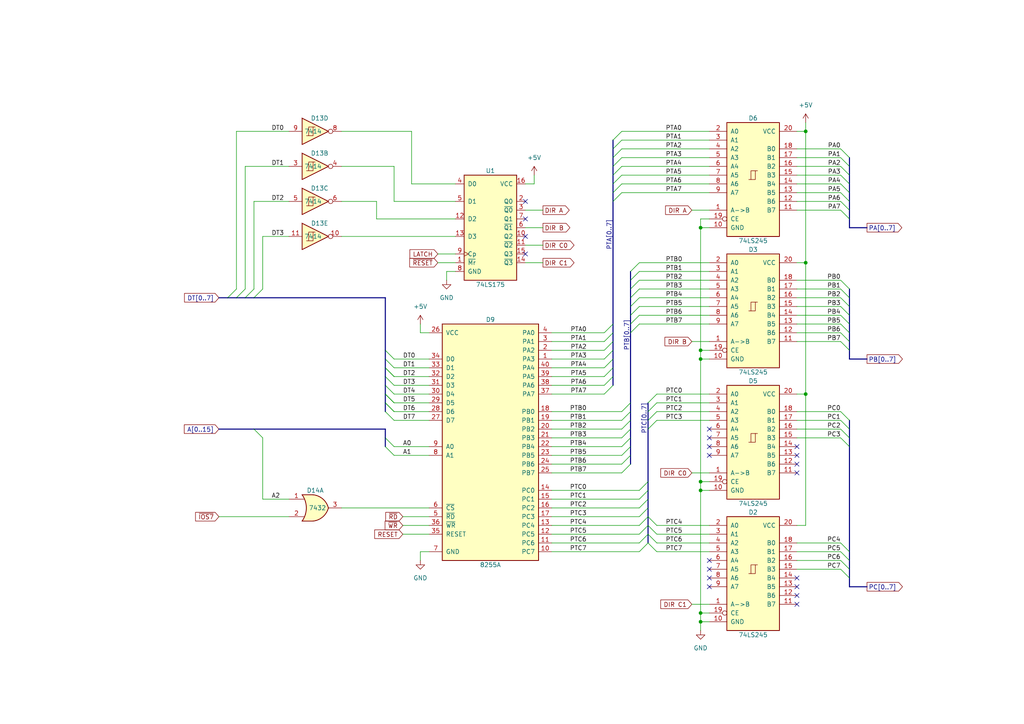
<source format=kicad_sch>
(kicad_sch (version 20250114) (generator "eeschema") (generator_version "9.0")
  (paper "A4")
  (title_block (title "Micro Processor Unit"))
  (lib_symbols
    (symbol "Georg:74LS14" (pin_names (offset 1.016))
      (property "Reference" "D" (at 1.27 3.81 0))
      (property "Value" "7414" (at -0.635 0 0))
      (symbol "74LS14_1_0"
        (polyline (pts (xy -3.81 3.81) (xy -3.81 -3.81) (xy 3.81 0) (xy -3.81 3.81)) (stroke (width 0.254)) (fill (type background)))
        (pin input line (at -7.62 0 0) (length 3.81) (name "~") (number "1"))
        (pin output inverted (at 7.62 0 180) (length 3.81) (name "~") (number "2"))
      )
      (symbol "74LS14_1_1"
        (polyline (pts (xy -2.54 -1.27) (xy -0.635 -1.27) (xy -0.635 1.27) (xy 0 1.27)))
        (polyline (pts (xy -1.905 -1.27) (xy -1.905 1.27) (xy -0.635 1.27)))
      )
      (symbol "74LS14_2_0"
        (polyline (pts (xy -3.81 3.81) (xy -3.81 -3.81) (xy 3.81 0) (xy -3.81 3.81)) (stroke (width 0.254)) (fill (type background)))
        (pin input line (at -7.62 0 0) (length 3.81) (name "~") (number "3"))
        (pin output inverted (at 7.62 0 180) (length 3.81) (name "~") (number "4"))
      )
      (symbol "74LS14_2_1"
        (polyline (pts (xy -2.54 -1.27) (xy -0.635 -1.27) (xy -0.635 1.27) (xy 0 1.27)))
        (polyline (pts (xy -1.905 -1.27) (xy -1.905 1.27) (xy -0.635 1.27)))
      )
      (symbol "74LS14_3_0"
        (polyline (pts (xy -3.81 3.81) (xy -3.81 -3.81) (xy 3.81 0) (xy -3.81 3.81)) (stroke (width 0.254)) (fill (type background)))
        (pin input line (at -7.62 0 0) (length 3.81) (name "~") (number "5"))
        (pin output inverted (at 7.62 0 180) (length 3.81) (name "~") (number "6"))
      )
      (symbol "74LS14_3_1"
        (polyline (pts (xy -2.54 -1.27) (xy -0.635 -1.27) (xy -0.635 1.27) (xy 0 1.27)))
        (polyline (pts (xy -1.905 -1.27) (xy -1.905 1.27) (xy -0.635 1.27)))
      )
      (symbol "74LS14_4_0"
        (polyline (pts (xy -3.81 3.81) (xy -3.81 -3.81) (xy 3.81 0) (xy -3.81 3.81)) (stroke (width 0.254)) (fill (type background)))
        (pin input line (at -7.62 0 0) (length 3.81) (name "~") (number "9"))
        (pin output inverted (at 7.62 0 180) (length 3.81) (name "~") (number "8"))
      )
      (symbol "74LS14_4_1"
        (polyline (pts (xy -2.54 -1.27) (xy -0.635 -1.27) (xy -0.635 1.27) (xy 0 1.27)))
        (polyline (pts (xy -1.905 -1.27) (xy -1.905 1.27) (xy -0.635 1.27)))
      )
      (symbol "74LS14_5_0"
        (polyline (pts (xy -3.81 3.81) (xy -3.81 -3.81) (xy 3.81 0) (xy -3.81 3.81)) (stroke (width 0.254)) (fill (type background)))
        (pin input line (at -7.62 0 0) (length 3.81) (name "~") (number "11"))
        (pin output inverted (at 7.62 0 180) (length 3.81) (name "~") (number "10"))
      )
      (symbol "74LS14_5_1"
        (polyline (pts (xy -2.54 -1.27) (xy -0.635 -1.27) (xy -0.635 1.27) (xy 0 1.27)))
        (polyline (pts (xy -1.905 -1.27) (xy -1.905 1.27) (xy -0.635 1.27)))
      )
      (symbol "74LS14_6_0"
        (polyline (pts (xy -3.81 3.81) (xy -3.81 -3.81) (xy 3.81 0) (xy -3.81 3.81)) (stroke (width 0.254)) (fill (type background)))
        (pin input line (at -7.62 0 0) (length 3.81) (name "~") (number "13"))
        (pin output inverted (at 7.62 0 180) (length 3.81) (name "~") (number "12"))
      )
      (symbol "74LS14_6_1"
        (polyline (pts (xy -2.54 -1.27) (xy -0.635 -1.27) (xy -0.635 1.27) (xy 0 1.27)))
        (polyline (pts (xy -1.905 -1.27) (xy -1.905 1.27) (xy -0.635 1.27)))
      )
      (symbol "74LS14_7_0"
        (pin power_in line (at 0 12.7 270) (length 5.08) (name "VCC") (number "14"))
        (pin power_in line (at 0 -12.7 90) (length 5.08) (name "GND") (number "7"))
      )
      (symbol "74LS14_7_1"
        (rectangle (start -5.08 7.62) (end 5.08 -7.62) (stroke (width 0.254)) (fill (type background)))
      )
    )
    (symbol "Georg:74LS175" (pin_names (offset 1.016))
      (property "Reference" "U" (at 0 13.97 0))
      (property "Value" "74LS175" (at 0 -19.05 0))
      (symbol "74LS175_1_0"
        (pin input line (at -10.16 10.16 0) (length 2.54) (name "D0") (number "4"))
        (pin input line (at -10.16 5.08 0) (length 2.54) (name "D1") (number "5"))
        (pin input line (at -10.16 0 0) (length 2.54) (name "D2") (number "12"))
        (pin input line (at -10.16 -5.08 0) (length 2.54) (name "D3") (number "13"))
        (pin input clock (at -10.16 -10.16 0) (length 2.54) (name "Cp") (number "9"))
        (pin input line (at -10.16 -12.7 0) (length 2.54) (name "~{Mr}") (number "1"))
        (pin power_in line (at -10.16 -15.24 0) (length 2.54) (name "GND") (number "8"))
        (pin power_in line (at 10.16 10.16 180) (length 2.54) (name "VCC") (number "16"))
        (pin output line (at 10.16 5.08 180) (length 2.54) (name "Q0") (number "2"))
        (pin output line (at 10.16 2.54 180) (length 2.54) (name "~{Q0}") (number "3"))
        (pin output line (at 10.16 0 180) (length 2.54) (name "Q1") (number "7"))
        (pin output line (at 10.16 -2.54 180) (length 2.54) (name "~{Q1}") (number "6"))
        (pin output line (at 10.16 -5.08 180) (length 2.54) (name "Q2") (number "10"))
        (pin output line (at 10.16 -7.62 180) (length 2.54) (name "~{Q2}") (number "11"))
        (pin output line (at 10.16 -10.16 180) (length 2.54) (name "Q3") (number "15"))
        (pin output line (at 10.16 -12.7 180) (length 2.54) (name "~{Q3}") (number "14"))
      )
      (symbol "74LS175_1_1"
        (rectangle (start -7.62 12.7) (end 7.62 -17.78) (stroke (width 0.254)) (fill (type background)))
      )
    )
    (symbol "Georg:74LS245" (pin_names (offset 1.016))
      (property "Reference" "D" (at 0 16.51 0))
      (property "Value" "74LS245" (at 0 -19.05 0))
      (symbol "74LS245_1_0"
        (polyline (pts (xy -1.27 -1.27) (xy 0.635 -1.27) (xy 0.635 1.27) (xy 1.27 1.27)))
        (polyline (pts (xy -0.635 -1.27) (xy -0.635 1.27) (xy 0.635 1.27)))
        (pin tri_state line (at -12.7 12.7 0) (length 5.08) (name "A0") (number "2"))
        (pin tri_state line (at -12.7 10.16 0) (length 5.08) (name "A1") (number "3"))
        (pin tri_state line (at -12.7 7.62 0) (length 5.08) (name "A2") (number "4"))
        (pin tri_state line (at -12.7 5.08 0) (length 5.08) (name "A3") (number "5"))
        (pin tri_state line (at -12.7 2.54 0) (length 5.08) (name "A4") (number "6"))
        (pin tri_state line (at -12.7 0 0) (length 5.08) (name "A5") (number "7"))
        (pin tri_state line (at -12.7 -2.54 0) (length 5.08) (name "A6") (number "8"))
        (pin tri_state line (at -12.7 -5.08 0) (length 5.08) (name "A7") (number "9"))
        (pin input line (at -12.7 -10.16 0) (length 5.08) (name "A->B") (number "1"))
        (pin input inverted (at -12.7 -12.7 0) (length 5.08) (name "CE") (number "19"))
        (pin power_in line (at -12.7 -15.24 0) (length 5.08) (name "GND") (number "10"))
        (pin power_in line (at 12.7 12.7 180) (length 5.08) (name "VCC") (number "20"))
        (pin tri_state line (at 12.7 7.62 180) (length 5.08) (name "B0") (number "18"))
        (pin tri_state line (at 12.7 5.08 180) (length 5.08) (name "B1") (number "17"))
        (pin tri_state line (at 12.7 2.54 180) (length 5.08) (name "B2") (number "16"))
        (pin tri_state line (at 12.7 0 180) (length 5.08) (name "B3") (number "15"))
        (pin tri_state line (at 12.7 -2.54 180) (length 5.08) (name "B4") (number "14"))
        (pin tri_state line (at 12.7 -5.08 180) (length 5.08) (name "B5") (number "13"))
        (pin tri_state line (at 12.7 -7.62 180) (length 5.08) (name "B6") (number "12"))
        (pin tri_state line (at 12.7 -10.16 180) (length 5.08) (name "B7") (number "11"))
      )
      (symbol "74LS245_1_1"
        (rectangle (start -7.62 15.24) (end 7.62 -17.78) (stroke (width 0.254)) (fill (type background)))
      )
    )
    (symbol "Georg:74LS32" (pin_names (offset 1.016))
      (property "Reference" "D" (at 0 5.08 0))
      (property "Value" "7432" (at 0.635 0 0))
      (symbol "74LS32_1_1"
        (arc (start -3.81 3.81) (mid -2.589 0) (end -3.81 -3.81) (stroke (width 0.254)))
        (polyline (pts (xy -3.81 3.81) (xy -0.635 3.81)) (stroke (width 0.254)) (fill (type background)))
        (polyline (pts (xy -3.81 -3.81) (xy -0.635 -3.81)) (stroke (width 0.254)) (fill (type background)))
        (arc (start 3.81 0) (mid 2.1855 -2.584) (end -0.6096 -3.81) (stroke (width 0.254)) (fill (type background)))
        (arc (start -0.6096 3.81) (mid 2.1928 2.5924) (end 3.81 0) (stroke (width 0.254)) (fill (type background)))
        (polyline (pts (xy -0.635 3.81) (xy -3.81 3.81) (xy -3.81 3.81) (xy -3.556 3.4036) (xy -3.0226 2.2606) (xy -2.6924 1.0414) (xy -2.6162 -0.254) (xy -2.7686 -1.4986) (xy -3.175 -2.7178) (xy -3.81 -3.81) (xy -3.81 -3.81) (xy -0.635 -3.81)) (stroke (width -25.4)) (fill (type background)))
        (pin input line (at -7.62 2.54 0) (length 4.318) (name "~") (number "1"))
        (pin input line (at -7.62 -2.54 0) (length 4.318) (name "~") (number "2"))
        (pin output line (at 7.62 0 180) (length 3.81) (name "~") (number "3"))
      )
      (symbol "74LS32_1_2"
        (arc (start 0 3.81) (mid 3.7934 0) (end 0 -3.81) (stroke (width 0.254)) (fill (type background)))
        (polyline (pts (xy 0 3.81) (xy -3.81 3.81) (xy -3.81 -3.81) (xy 0 -3.81)) (stroke (width 0.254)) (fill (type background)))
        (pin input inverted (at -7.62 2.54 0) (length 3.81) (name "~") (number "1"))
        (pin input inverted (at -7.62 -2.54 0) (length 3.81) (name "~") (number "2"))
        (pin output inverted (at 7.62 0 180) (length 3.81) (name "~") (number "3"))
      )
      (symbol "74LS32_2_1"
        (arc (start -3.81 3.81) (mid -2.589 0) (end -3.81 -3.81) (stroke (width 0.254)))
        (polyline (pts (xy -3.81 3.81) (xy -0.635 3.81)) (stroke (width 0.254)) (fill (type background)))
        (polyline (pts (xy -3.81 -3.81) (xy -0.635 -3.81)) (stroke (width 0.254)) (fill (type background)))
        (arc (start 3.81 0) (mid 2.1855 -2.584) (end -0.6096 -3.81) (stroke (width 0.254)) (fill (type background)))
        (arc (start -0.6096 3.81) (mid 2.1928 2.5924) (end 3.81 0) (stroke (width 0.254)) (fill (type background)))
        (polyline (pts (xy -0.635 3.81) (xy -3.81 3.81) (xy -3.81 3.81) (xy -3.556 3.4036) (xy -3.0226 2.2606) (xy -2.6924 1.0414) (xy -2.6162 -0.254) (xy -2.7686 -1.4986) (xy -3.175 -2.7178) (xy -3.81 -3.81) (xy -3.81 -3.81) (xy -0.635 -3.81)) (stroke (width -25.4)) (fill (type background)))
        (pin input line (at -7.62 2.54 0) (length 4.318) (name "~") (number "4"))
        (pin input line (at -7.62 -2.54 0) (length 4.318) (name "~") (number "5"))
        (pin output line (at 7.62 0 180) (length 3.81) (name "~") (number "6"))
      )
      (symbol "74LS32_2_2"
        (arc (start 0 3.81) (mid 3.7934 0) (end 0 -3.81) (stroke (width 0.254)) (fill (type background)))
        (polyline (pts (xy 0 3.81) (xy -3.81 3.81) (xy -3.81 -3.81) (xy 0 -3.81)) (stroke (width 0.254)) (fill (type background)))
        (pin input inverted (at -7.62 2.54 0) (length 3.81) (name "~") (number "4"))
        (pin input inverted (at -7.62 -2.54 0) (length 3.81) (name "~") (number "5"))
        (pin output inverted (at 7.62 0 180) (length 3.81) (name "~") (number "6"))
      )
      (symbol "74LS32_3_1"
        (arc (start -3.81 3.81) (mid -2.589 0) (end -3.81 -3.81) (stroke (width 0.254)))
        (polyline (pts (xy -3.81 3.81) (xy -0.635 3.81)) (stroke (width 0.254)) (fill (type background)))
        (polyline (pts (xy -3.81 -3.81) (xy -0.635 -3.81)) (stroke (width 0.254)) (fill (type background)))
        (arc (start 3.81 0) (mid 2.1855 -2.584) (end -0.6096 -3.81) (stroke (width 0.254)) (fill (type background)))
        (arc (start -0.6096 3.81) (mid 2.1928 2.5924) (end 3.81 0) (stroke (width 0.254)) (fill (type background)))
        (polyline (pts (xy -0.635 3.81) (xy -3.81 3.81) (xy -3.81 3.81) (xy -3.556 3.4036) (xy -3.0226 2.2606) (xy -2.6924 1.0414) (xy -2.6162 -0.254) (xy -2.7686 -1.4986) (xy -3.175 -2.7178) (xy -3.81 -3.81) (xy -3.81 -3.81) (xy -0.635 -3.81)) (stroke (width -25.4)) (fill (type background)))
        (pin input line (at -7.62 2.54 0) (length 4.318) (name "~") (number "9"))
        (pin input line (at -7.62 -2.54 0) (length 4.318) (name "~") (number "10"))
        (pin output line (at 7.62 0 180) (length 3.81) (name "~") (number "8"))
      )
      (symbol "74LS32_3_2"
        (arc (start 0 3.81) (mid 3.7934 0) (end 0 -3.81) (stroke (width 0.254)) (fill (type background)))
        (polyline (pts (xy 0 3.81) (xy -3.81 3.81) (xy -3.81 -3.81) (xy 0 -3.81)) (stroke (width 0.254)) (fill (type background)))
        (pin input inverted (at -7.62 2.54 0) (length 3.81) (name "~") (number "9"))
        (pin input inverted (at -7.62 -2.54 0) (length 3.81) (name "~") (number "10"))
        (pin output inverted (at 7.62 0 180) (length 3.81) (name "~") (number "8"))
      )
      (symbol "74LS32_4_1"
        (arc (start -3.81 3.81) (mid -2.589 0) (end -3.81 -3.81) (stroke (width 0.254)))
        (polyline (pts (xy -3.81 3.81) (xy -0.635 3.81)) (stroke (width 0.254)) (fill (type background)))
        (polyline (pts (xy -3.81 -3.81) (xy -0.635 -3.81)) (stroke (width 0.254)) (fill (type background)))
        (arc (start 3.81 0) (mid 2.1855 -2.584) (end -0.6096 -3.81) (stroke (width 0.254)) (fill (type background)))
        (arc (start -0.6096 3.81) (mid 2.1928 2.5924) (end 3.81 0) (stroke (width 0.254)) (fill (type background)))
        (polyline (pts (xy -0.635 3.81) (xy -3.81 3.81) (xy -3.81 3.81) (xy -3.556 3.4036) (xy -3.0226 2.2606) (xy -2.6924 1.0414) (xy -2.6162 -0.254) (xy -2.7686 -1.4986) (xy -3.175 -2.7178) (xy -3.81 -3.81) (xy -3.81 -3.81) (xy -0.635 -3.81)) (stroke (width -25.4)) (fill (type background)))
        (pin input line (at -7.62 2.54 0) (length 4.318) (name "~") (number "12"))
        (pin input line (at -7.62 -2.54 0) (length 4.318) (name "~") (number "13"))
        (pin output line (at 7.62 0 180) (length 3.81) (name "~") (number "11"))
      )
      (symbol "74LS32_4_2"
        (arc (start 0 3.81) (mid 3.7934 0) (end 0 -3.81) (stroke (width 0.254)) (fill (type background)))
        (polyline (pts (xy 0 3.81) (xy -3.81 3.81) (xy -3.81 -3.81) (xy 0 -3.81)) (stroke (width 0.254)) (fill (type background)))
        (pin input inverted (at -7.62 2.54 0) (length 3.81) (name "~") (number "12"))
        (pin input inverted (at -7.62 -2.54 0) (length 3.81) (name "~") (number "13"))
        (pin output inverted (at 7.62 0 180) (length 3.81) (name "~") (number "11"))
      )
      (symbol "74LS32_5_0"
        (pin power_in line (at 0 12.7 270) (length 5.08) (name "VCC") (number "14"))
        (pin power_in line (at 0 -12.7 90) (length 5.08) (name "GND") (number "7"))
      )
      (symbol "74LS32_5_1"
        (rectangle (start -5.08 7.62) (end 5.08 -7.62) (stroke (width 0.254)) (fill (type background)))
      )
    )
    (symbol "Georg:8255A" (pin_names (offset 1.016))
      (property "Reference" "D" (at 0 34.29 0))
      (property "Value" "8255A" (at 0 -36.83 0))
      (symbol "8255A_1_1"
        (rectangle (start -13.97 33.02) (end 13.97 -35.56) (stroke (width 0.254)) (fill (type background)))
        (pin power_in line (at -17.78 30.48 0) (length 3.81) (name "VCC") (number "26"))
        (pin bidirectional line (at -17.78 22.86 0) (length 3.81) (name "D0") (number "34"))
        (pin bidirectional line (at -17.78 20.32 0) (length 3.81) (name "D1") (number "33"))
        (pin bidirectional line (at -17.78 17.78 0) (length 3.81) (name "D2") (number "32"))
        (pin bidirectional line (at -17.78 15.24 0) (length 3.81) (name "D3") (number "31"))
        (pin bidirectional line (at -17.78 12.7 0) (length 3.81) (name "D4") (number "30"))
        (pin bidirectional line (at -17.78 10.16 0) (length 3.81) (name "D5") (number "29"))
        (pin bidirectional line (at -17.78 7.62 0) (length 3.81) (name "D6") (number "28"))
        (pin bidirectional line (at -17.78 5.08 0) (length 3.81) (name "D7") (number "27"))
        (pin input line (at -17.78 -2.54 0) (length 3.81) (name "A0") (number "9"))
        (pin input line (at -17.78 -5.08 0) (length 3.81) (name "A1") (number "8"))
        (pin input line (at -17.78 -20.32 0) (length 3.81) (name "~{CS}") (number "6"))
        (pin input line (at -17.78 -22.86 0) (length 3.81) (name "~{RD}") (number "5"))
        (pin input line (at -17.78 -25.4 0) (length 3.81) (name "~{WR}") (number "36"))
        (pin input line (at -17.78 -27.94 0) (length 3.81) (name "RESET") (number "35"))
        (pin power_in line (at -17.78 -33.02 0) (length 3.81) (name "GND") (number "7"))
        (pin bidirectional line (at 17.78 30.48 180) (length 3.81) (name "PA0") (number "4"))
        (pin bidirectional line (at 17.78 27.94 180) (length 3.81) (name "PA1") (number "3"))
        (pin bidirectional line (at 17.78 25.4 180) (length 3.81) (name "PA2") (number "2"))
        (pin bidirectional line (at 17.78 22.86 180) (length 3.81) (name "PA3") (number "1"))
        (pin bidirectional line (at 17.78 20.32 180) (length 3.81) (name "PA4") (number "40"))
        (pin bidirectional line (at 17.78 17.78 180) (length 3.81) (name "PA5") (number "39"))
        (pin bidirectional line (at 17.78 15.24 180) (length 3.81) (name "PA6") (number "38"))
        (pin bidirectional line (at 17.78 12.7 180) (length 3.81) (name "PA7") (number "37"))
        (pin bidirectional line (at 17.78 7.62 180) (length 3.81) (name "PB0") (number "18"))
        (pin bidirectional line (at 17.78 5.08 180) (length 3.81) (name "PB1") (number "19"))
        (pin bidirectional line (at 17.78 2.54 180) (length 3.81) (name "PB2") (number "20"))
        (pin bidirectional line (at 17.78 0 180) (length 3.81) (name "PB3") (number "21"))
        (pin bidirectional line (at 17.78 -2.54 180) (length 3.81) (name "PB4") (number "22"))
        (pin bidirectional line (at 17.78 -5.08 180) (length 3.81) (name "PB5") (number "23"))
        (pin bidirectional line (at 17.78 -7.62 180) (length 3.81) (name "PB6") (number "24"))
        (pin bidirectional line (at 17.78 -10.16 180) (length 3.81) (name "PB7") (number "25"))
        (pin bidirectional line (at 17.78 -15.24 180) (length 3.81) (name "PC0") (number "14"))
        (pin bidirectional line (at 17.78 -17.78 180) (length 3.81) (name "PC1") (number "15"))
        (pin bidirectional line (at 17.78 -20.32 180) (length 3.81) (name "PC2") (number "16"))
        (pin bidirectional line (at 17.78 -22.86 180) (length 3.81) (name "PC3") (number "17"))
        (pin bidirectional line (at 17.78 -25.4 180) (length 3.81) (name "PC4") (number "13"))
        (pin bidirectional line (at 17.78 -27.94 180) (length 3.81) (name "PC5") (number "12"))
        (pin bidirectional line (at 17.78 -30.48 180) (length 3.81) (name "PC6") (number "11"))
        (pin bidirectional line (at 17.78 -33.02 180) (length 3.81) (name "PC7") (number "10"))
      )
    )
    (symbol "power:+5V" (power) (pin_numbers (hide yes)) (pin_names (offset 0) (hide yes))
      (property "Value" "+5V" (at 0 3.556 0))
      (symbol "+5V_0_1"
        (polyline (pts (xy -0.762 1.27) (xy 0 2.54)))
        (polyline (pts (xy 0 2.54) (xy 0.762 1.27)))
        (polyline (pts (xy 0 0) (xy 0 2.54)))
      )
      (symbol "+5V_1_1"
        (pin power_in line (at 0 0 90) (length 0) (name "~") (number "1"))
      )
    )
    (symbol "power:GND" (power) (pin_numbers (hide yes)) (pin_names (offset 0) (hide yes))
      (property "Value" "GND" (at 0 -3.81 0))
      (symbol "GND_0_1"
        (polyline (pts (xy 0 0) (xy 0 -1.27) (xy 1.27 -1.27) (xy 0 -2.54) (xy -1.27 -1.27) (xy 0 -1.27)))
      )
      (symbol "GND_1_1"
        (pin power_in line (at 0 0 270) (length 0) (name "~") (number "1"))
      )
    )
  )
  (junction (at 233.68 114.3))
  (junction (at 233.68 38.1))
  (junction (at 203.2 104.14))
  (junction (at 203.2 177.8))
  (junction (at 233.68 76.2))
  (junction (at 203.2 180.34))
  (junction (at 203.2 66.04))
  (junction (at 203.2 101.6))
  (junction (at 203.2 139.7))
  (junction (at 203.2 142.24))
  (no_connect (at 205.74 165.1))
  (no_connect (at 231.14 137.16))
  (no_connect (at 231.14 175.26))
  (no_connect (at 205.74 132.08))
  (no_connect (at 205.74 162.56))
  (no_connect (at -20.32 101.6))
  (no_connect (at 231.14 172.72))
  (no_connect (at 205.74 129.54))
  (no_connect (at 205.74 167.64))
  (no_connect (at 205.74 127))
  (no_connect (at 205.74 124.46))
  (no_connect (at 152.4 73.66))
  (no_connect (at 152.4 58.42))
  (no_connect (at 231.14 167.64))
  (no_connect (at 231.14 170.18))
  (no_connect (at 152.4 63.5))
  (no_connect (at 152.4 68.58))
  (no_connect (at 231.14 134.62))
  (no_connect (at 205.74 170.18))
  (no_connect (at 231.14 132.08))
  (no_connect (at 231.14 129.54))
  (no_connect (at -5.08 101.6))
  (bus_entry (at 114.3 106.68) (size -2.54 -2.54))
  (bus_entry (at 182.88 93.98) (size 2.54 -2.54))
  (bus_entry (at 243.84 81.28) (size 2.54 2.54))
  (bus_entry (at 182.88 86.36) (size 2.54 -2.54))
  (bus_entry (at 114.3 119.38) (size -2.54 -2.54))
  (bus_entry (at 243.84 124.46) (size 2.54 2.54))
  (bus_entry (at 243.84 165.1) (size 2.54 2.54))
  (bus_entry (at 177.8 45.72) (size 2.54 -2.54))
  (bus_entry (at 187.96 149.86) (size 2.54 2.54))
  (bus_entry (at 71.12 83.82) (size -2.54 2.54))
  (bus_entry (at 243.84 121.92) (size 2.54 2.54))
  (bus_entry (at 68.58 83.82) (size -2.54 2.54))
  (bus_entry (at 243.84 99.06) (size 2.54 2.54))
  (bus_entry (at 175.26 114.3) (size 2.54 -2.54))
  (bus_entry (at 187.96 124.46) (size 2.54 -2.54))
  (bus_entry (at 73.66 124.46) (size 2.54 2.54))
  (bus_entry (at 180.34 137.16) (size 2.54 -2.54))
  (bus_entry (at 185.42 147.32) (size 2.54 -2.54))
  (bus_entry (at 114.3 109.22) (size -2.54 -2.54))
  (bus_entry (at 175.26 109.22) (size 2.54 -2.54))
  (bus_entry (at 243.84 119.38) (size 2.54 2.54))
  (bus_entry (at 243.84 86.36) (size 2.54 2.54))
  (bus_entry (at 111.76 119.38) (size 2.54 2.54))
  (bus_entry (at 180.34 119.38) (size 2.54 -2.54))
  (bus_entry (at 114.3 116.84) (size -2.54 -2.54))
  (bus_entry (at 243.84 160.02) (size 2.54 2.54))
  (bus_entry (at 243.84 93.98) (size 2.54 2.54))
  (bus_entry (at 180.34 124.46) (size 2.54 -2.54))
  (bus_entry (at 243.84 55.88) (size 2.54 2.54))
  (bus_entry (at 185.42 160.02) (size 2.54 -2.54))
  (bus_entry (at 111.76 116.84) (size 2.54 2.54))
  (bus_entry (at 187.96 157.48) (size 2.54 2.54))
  (bus_entry (at 182.88 88.9) (size 2.54 -2.54))
  (bus_entry (at 182.88 78.74) (size 2.54 -2.54))
  (bus_entry (at 111.76 129.54) (size 2.54 2.54))
  (bus_entry (at 187.96 116.84) (size 2.54 -2.54))
  (bus_entry (at 177.8 43.18) (size 2.54 -2.54))
  (bus_entry (at 114.3 111.76) (size -2.54 -2.54))
  (bus_entry (at 243.84 50.8) (size 2.54 2.54))
  (bus_entry (at 73.66 83.82) (size -2.54 2.54))
  (bus_entry (at 243.84 157.48) (size 2.54 2.54))
  (bus_entry (at 243.84 45.72) (size 2.54 2.54))
  (bus_entry (at 243.84 53.34) (size 2.54 2.54))
  (bus_entry (at 76.2 83.82) (size -2.54 2.54))
  (bus_entry (at 175.26 96.52) (size 2.54 -2.54))
  (bus_entry (at 243.84 48.26) (size 2.54 2.54))
  (bus_entry (at 187.96 152.4) (size 2.54 2.54))
  (bus_entry (at 185.42 142.24) (size 2.54 -2.54))
  (bus_entry (at 177.8 58.42) (size 2.54 -2.54))
  (bus_entry (at 177.8 40.64) (size 2.54 -2.54))
  (bus_entry (at 180.34 132.08) (size 2.54 -2.54))
  (bus_entry (at 243.84 83.82) (size 2.54 2.54))
  (bus_entry (at 185.42 144.78) (size 2.54 -2.54))
  (bus_entry (at 175.26 104.14) (size 2.54 -2.54))
  (bus_entry (at 187.96 119.38) (size 2.54 -2.54))
  (bus_entry (at 175.26 111.76) (size 2.54 -2.54))
  (bus_entry (at 182.88 96.52) (size 2.54 -2.54))
  (bus_entry (at 243.84 91.44) (size 2.54 2.54))
  (bus_entry (at 177.8 53.34) (size 2.54 -2.54))
  (bus_entry (at 180.34 127) (size 2.54 -2.54))
  (bus_entry (at 182.88 81.28) (size 2.54 -2.54))
  (bus_entry (at 243.84 88.9) (size 2.54 2.54))
  (bus_entry (at 243.84 127) (size 2.54 2.54))
  (bus_entry (at 114.3 104.14) (size -2.54 -2.54))
  (bus_entry (at 243.84 96.52) (size 2.54 2.54))
  (bus_entry (at 185.42 157.48) (size 2.54 -2.54))
  (bus_entry (at 185.42 149.86) (size 2.54 -2.54))
  (bus_entry (at 180.34 121.92) (size 2.54 -2.54))
  (bus_entry (at 177.8 55.88) (size 2.54 -2.54))
  (bus_entry (at 243.84 162.56) (size 2.54 2.54))
  (bus_entry (at 180.34 129.54) (size 2.54 -2.54))
  (bus_entry (at 182.88 83.82) (size 2.54 -2.54))
  (bus_entry (at 175.26 101.6) (size 2.54 -2.54))
  (bus_entry (at 243.84 58.42) (size 2.54 2.54))
  (bus_entry (at 175.26 99.06) (size 2.54 -2.54))
  (bus_entry (at 175.26 106.68) (size 2.54 -2.54))
  (bus_entry (at 185.42 152.4) (size 2.54 -2.54))
  (bus_entry (at 187.96 121.92) (size 2.54 -2.54))
  (bus_entry (at 177.8 48.26) (size 2.54 -2.54))
  (bus_entry (at 114.3 114.3) (size -2.54 -2.54))
  (bus_entry (at 177.8 50.8) (size 2.54 -2.54))
  (bus_entry (at 180.34 134.62) (size 2.54 -2.54))
  (bus_entry (at 243.84 60.96) (size 2.54 2.54))
  (bus_entry (at 187.96 154.94) (size 2.54 2.54))
  (bus_entry (at 182.88 91.44) (size 2.54 -2.54))
  (bus_entry (at 111.76 114.3) (size 2.54 2.54))
  (bus_entry (at 111.76 127) (size 2.54 2.54))
  (bus_entry (at 185.42 154.94) (size 2.54 -2.54))
  (bus_entry (at 114.3 109.22) (size -2.54 -2.54))
  (bus_entry (at 243.84 43.18) (size 2.54 2.54))
  (wire (pts (xy 185.42 76.2) (xy 205.74 76.2)))
  (wire (pts (xy 231.14 86.36) (xy 243.84 86.36)))
  (bus (pts (xy 63.5 124.46) (xy 73.66 124.46)))
  (wire (pts (xy 114.3 109.22) (xy 124.46 109.22)))
  (bus (pts (xy 177.8 58.42) (xy 177.8 55.88)))
  (wire (pts (xy 99.06 147.32) (xy 124.46 147.32)))
  (wire (pts (xy 160.02 114.3) (xy 175.26 114.3)))
  (bus (pts (xy 182.88 91.44) (xy 182.88 93.98)))
  (wire (pts (xy 203.2 180.34) (xy 203.2 182.88)))
  (wire (pts (xy 190.5 114.3) (xy 205.74 114.3)))
  (wire (pts (xy 233.68 38.1) (xy 233.68 35.56)))
  (wire (pts (xy 231.14 165.1) (xy 243.84 165.1)))
  (wire (pts (xy 121.92 160.02) (xy 121.92 162.56)))
  (bus (pts (xy 246.38 165.1) (xy 246.38 167.64)))
  (wire (pts (xy 180.34 40.64) (xy 205.74 40.64)))
  (bus (pts (xy 187.96 124.46) (xy 187.96 121.92)))
  (bus (pts (xy 177.8 58.42) (xy 177.8 93.98)))
  (wire (pts (xy 160.02 111.76) (xy 175.26 111.76)))
  (wire (pts (xy 185.42 86.36) (xy 205.74 86.36)))
  (bus (pts (xy 246.38 93.98) (xy 246.38 96.52)))
  (wire (pts (xy 76.2 83.82) (xy 76.2 68.58)))
  (bus (pts (xy 177.8 109.22) (xy 177.8 111.76)))
  (bus (pts (xy 187.96 154.94) (xy 187.96 157.48)))
  (wire (pts (xy 68.58 83.82) (xy 68.58 38.1)))
  (wire (pts (xy 231.14 157.48) (xy 243.84 157.48)))
  (wire (pts (xy 231.14 50.8) (xy 243.84 50.8)))
  (wire (pts (xy 231.14 114.3) (xy 233.68 114.3)))
  (wire (pts (xy 99.06 58.42) (xy 109.22 58.42)))
  (bus (pts (xy 182.88 132.08) (xy 182.88 134.62)))
  (wire (pts (xy 121.92 93.98) (xy 121.92 96.52)))
  (wire (pts (xy 127 73.66) (xy 132.08 73.66)))
  (wire (pts (xy 203.2 63.5) (xy 203.2 66.04)))
  (wire (pts (xy 185.42 83.82) (xy 205.74 83.82)))
  (wire (pts (xy 152.4 76.2) (xy 157.48 76.2)))
  (wire (pts (xy 203.2 139.7) (xy 205.74 139.7)))
  (bus (pts (xy 177.8 99.06) (xy 177.8 101.6)))
  (wire (pts (xy 231.14 162.56) (xy 243.84 162.56)))
  (bus (pts (xy 182.88 121.92) (xy 182.88 124.46)))
  (bus (pts (xy 187.96 139.7) (xy 187.96 124.46)))
  (bus (pts (xy 182.88 86.36) (xy 182.88 88.9)))
  (wire (pts (xy 160.02 121.92) (xy 180.34 121.92)))
  (bus (pts (xy 246.38 170.18) (xy 251.46 170.18)))
  (wire (pts (xy 203.2 101.6) (xy 203.2 104.14)))
  (bus (pts (xy 111.76 116.84) (xy 111.76 114.3)))
  (wire (pts (xy 200.66 99.06) (xy 205.74 99.06)))
  (wire (pts (xy 231.14 88.9) (xy 243.84 88.9)))
  (bus (pts (xy 177.8 93.98) (xy 177.8 96.52)))
  (bus (pts (xy 187.96 147.32) (xy 187.96 144.78)))
  (wire (pts (xy 99.06 68.58) (xy 132.08 68.58)))
  (bus (pts (xy 246.38 53.34) (xy 246.38 55.88)))
  (bus (pts (xy 182.88 119.38) (xy 182.88 121.92)))
  (bus (pts (xy 246.38 66.04) (xy 251.46 66.04)))
  (wire (pts (xy 233.68 76.2) (xy 233.68 114.3)))
  (wire (pts (xy 109.22 63.5) (xy 132.08 63.5)))
  (bus (pts (xy 182.88 127) (xy 182.88 129.54)))
  (wire (pts (xy 124.46 111.76) (xy 114.3 111.76)))
  (bus (pts (xy 111.76 116.84) (xy 111.76 119.38)))
  (wire (pts (xy 160.02 160.02) (xy 185.42 160.02)))
  (wire (pts (xy 231.14 124.46) (xy 243.84 124.46)))
  (wire (pts (xy 114.3 58.42) (xy 132.08 58.42)))
  (bus (pts (xy 187.96 144.78) (xy 187.96 142.24)))
  (wire (pts (xy 231.14 81.28) (xy 243.84 81.28)))
  (wire (pts (xy 116.84 152.4) (xy 124.46 152.4)))
  (wire (pts (xy 114.3 132.08) (xy 124.46 132.08)))
  (wire (pts (xy 185.42 78.74) (xy 205.74 78.74)))
  (wire (pts (xy 76.2 144.78) (xy 83.82 144.78)))
  (bus (pts (xy 246.38 121.92) (xy 246.38 124.46)))
  (bus (pts (xy 246.38 124.46) (xy 246.38 127)))
  (wire (pts (xy 185.42 91.44) (xy 205.74 91.44)))
  (wire (pts (xy 203.2 66.04) (xy 203.2 101.6)))
  (bus (pts (xy 246.38 58.42) (xy 246.38 60.96)))
  (wire (pts (xy 76.2 68.58) (xy 83.82 68.58)))
  (bus (pts (xy 246.38 60.96) (xy 246.38 63.5)))
  (wire (pts (xy 124.46 114.3) (xy 114.3 114.3)))
  (wire (pts (xy 152.4 66.04) (xy 157.48 66.04)))
  (wire (pts (xy 203.2 104.14) (xy 205.74 104.14)))
  (wire (pts (xy 124.46 106.68) (xy 114.3 106.68)))
  (wire (pts (xy 203.2 142.24) (xy 205.74 142.24)))
  (wire (pts (xy 114.3 121.92) (xy 124.46 121.92)))
  (wire (pts (xy 160.02 101.6) (xy 175.26 101.6)))
  (wire (pts (xy 71.12 83.82) (xy 71.12 48.26)))
  (bus (pts (xy 246.38 45.72) (xy 246.38 48.26)))
  (wire (pts (xy 231.14 53.34) (xy 243.84 53.34)))
  (wire (pts (xy 185.42 93.98) (xy 205.74 93.98)))
  (bus (pts (xy 68.58 86.36) (xy 71.12 86.36)))
  (wire (pts (xy 203.2 177.8) (xy 203.2 180.34)))
  (wire (pts (xy 231.14 127) (xy 243.84 127)))
  (bus (pts (xy 177.8 43.18) (xy 177.8 40.64)))
  (wire (pts (xy 152.4 71.12) (xy 157.48 71.12)))
  (bus (pts (xy 111.76 86.36) (xy 111.76 101.6)))
  (wire (pts (xy 114.3 129.54) (xy 124.46 129.54)))
  (wire (pts (xy 160.02 134.62) (xy 180.34 134.62)))
  (wire (pts (xy 231.14 152.4) (xy 233.68 152.4)))
  (wire (pts (xy 233.68 76.2) (xy 233.68 38.1)))
  (wire (pts (xy 180.34 48.26) (xy 205.74 48.26)))
  (bus (pts (xy 246.38 160.02) (xy 246.38 162.56)))
  (bus (pts (xy 182.88 81.28) (xy 182.88 83.82)))
  (bus (pts (xy 66.04 86.36) (xy 68.58 86.36)))
  (wire (pts (xy 231.14 60.96) (xy 243.84 60.96)))
  (wire (pts (xy 203.2 142.24) (xy 203.2 177.8)))
  (bus (pts (xy 246.38 88.9) (xy 246.38 91.44)))
  (bus (pts (xy 246.38 167.64) (xy 246.38 170.18)))
  (wire (pts (xy 231.14 38.1) (xy 233.68 38.1)))
  (wire (pts (xy 116.84 154.94) (xy 124.46 154.94)))
  (bus (pts (xy 111.76 104.14) (xy 111.76 106.68)))
  (bus (pts (xy 246.38 86.36) (xy 246.38 88.9)))
  (wire (pts (xy 152.4 60.96) (xy 157.48 60.96)))
  (wire (pts (xy 160.02 132.08) (xy 180.34 132.08)))
  (wire (pts (xy 160.02 109.22) (xy 175.26 109.22)))
  (wire (pts (xy 231.14 43.18) (xy 243.84 43.18)))
  (bus (pts (xy 177.8 104.14) (xy 177.8 106.68)))
  (wire (pts (xy 203.2 180.34) (xy 205.74 180.34)))
  (bus (pts (xy 187.96 147.32) (xy 187.96 149.86)))
  (bus (pts (xy 111.76 109.22) (xy 111.76 106.68)))
  (wire (pts (xy 203.2 139.7) (xy 203.2 142.24)))
  (bus (pts (xy 111.76 111.76) (xy 111.76 109.22)))
  (wire (pts (xy 160.02 124.46) (xy 180.34 124.46)))
  (wire (pts (xy 190.5 121.92) (xy 205.74 121.92)))
  (wire (pts (xy 160.02 137.16) (xy 180.34 137.16)))
  (wire (pts (xy 71.12 48.26) (xy 83.82 48.26)))
  (wire (pts (xy 160.02 96.52) (xy 175.26 96.52)))
  (wire (pts (xy 121.92 96.52) (xy 124.46 96.52)))
  (wire (pts (xy 160.02 106.68) (xy 175.26 106.68)))
  (bus (pts (xy 187.96 142.24) (xy 187.96 139.7)))
  (wire (pts (xy 160.02 119.38) (xy 180.34 119.38)))
  (bus (pts (xy 246.38 101.6) (xy 246.38 104.14)))
  (bus (pts (xy 182.88 83.82) (xy 182.88 86.36)))
  (wire (pts (xy 180.34 53.34) (xy 205.74 53.34)))
  (wire (pts (xy 132.08 78.74) (xy 129.54 78.74)))
  (bus (pts (xy 182.88 88.9) (xy 182.88 91.44)))
  (bus (pts (xy 111.76 111.76) (xy 111.76 114.3)))
  (bus (pts (xy 187.96 149.86) (xy 187.96 152.4)))
  (wire (pts (xy 73.66 58.42) (xy 83.82 58.42)))
  (wire (pts (xy 180.34 45.72) (xy 205.74 45.72)))
  (bus (pts (xy 246.38 162.56) (xy 246.38 165.1)))
  (wire (pts (xy 119.38 53.34) (xy 132.08 53.34)))
  (wire (pts (xy 160.02 142.24) (xy 185.42 142.24)))
  (wire (pts (xy 190.5 119.38) (xy 205.74 119.38)))
  (wire (pts (xy 127 76.2) (xy 132.08 76.2)))
  (bus (pts (xy 177.8 55.88) (xy 177.8 53.34)))
  (bus (pts (xy 187.96 152.4) (xy 187.96 154.94)))
  (wire (pts (xy 124.46 160.02) (xy 121.92 160.02)))
  (wire (pts (xy 190.5 154.94) (xy 205.74 154.94)))
  (wire (pts (xy 160.02 157.48) (xy 185.42 157.48)))
  (bus (pts (xy 246.38 129.54) (xy 246.38 160.02)))
  (wire (pts (xy 231.14 160.02) (xy 243.84 160.02)))
  (bus (pts (xy 71.12 86.36) (xy 73.66 86.36)))
  (bus (pts (xy 182.88 116.84) (xy 182.88 119.38)))
  (bus (pts (xy 182.88 96.52) (xy 182.88 116.84)))
  (wire (pts (xy 129.54 78.74) (xy 129.54 81.28)))
  (bus (pts (xy 177.8 101.6) (xy 177.8 104.14)))
  (wire (pts (xy 185.42 81.28) (xy 205.74 81.28)))
  (wire (pts (xy 185.42 88.9) (xy 205.74 88.9)))
  (wire (pts (xy 63.5 149.86) (xy 83.82 149.86)))
  (wire (pts (xy 200.66 175.26) (xy 205.74 175.26)))
  (wire (pts (xy 114.3 116.84) (xy 124.46 116.84)))
  (bus (pts (xy 246.38 104.14) (xy 251.46 104.14)))
  (wire (pts (xy 119.38 38.1) (xy 119.38 53.34)))
  (wire (pts (xy 160.02 149.86) (xy 185.42 149.86)))
  (wire (pts (xy 203.2 177.8) (xy 205.74 177.8)))
  (wire (pts (xy 231.14 119.38) (xy 243.84 119.38)))
  (wire (pts (xy 160.02 129.54) (xy 180.34 129.54)))
  (bus (pts (xy 182.88 129.54) (xy 182.88 132.08)))
  (wire (pts (xy 160.02 147.32) (xy 185.42 147.32)))
  (wire (pts (xy 109.22 58.42) (xy 109.22 63.5)))
  (wire (pts (xy 190.5 160.02) (xy 205.74 160.02)))
  (wire (pts (xy 160.02 144.78) (xy 185.42 144.78)))
  (wire (pts (xy 154.94 50.8) (xy 154.94 53.34)))
  (wire (pts (xy 160.02 104.14) (xy 175.26 104.14)))
  (bus (pts (xy 246.38 83.82) (xy 246.38 86.36)))
  (wire (pts (xy 154.94 53.34) (xy 152.4 53.34)))
  (wire (pts (xy 76.2 127) (xy 76.2 144.78)))
  (bus (pts (xy 111.76 101.6) (xy 111.76 104.14)))
  (wire (pts (xy 231.14 76.2) (xy 233.68 76.2)))
  (wire (pts (xy 180.34 55.88) (xy 205.74 55.88)))
  (bus (pts (xy 246.38 48.26) (xy 246.38 50.8)))
  (wire (pts (xy 205.74 63.5) (xy 203.2 63.5)))
  (wire (pts (xy 116.84 149.86) (xy 124.46 149.86)))
  (bus (pts (xy 73.66 124.46) (xy 111.76 124.46)))
  (wire (pts (xy 231.14 99.06) (xy 243.84 99.06)))
  (wire (pts (xy 160.02 152.4) (xy 185.42 152.4)))
  (bus (pts (xy 182.88 78.74) (xy 182.88 81.28)))
  (wire (pts (xy 99.06 38.1) (xy 119.38 38.1)))
  (wire (pts (xy 203.2 104.14) (xy 203.2 139.7)))
  (wire (pts (xy 233.68 114.3) (xy 233.68 152.4)))
  (wire (pts (xy 124.46 119.38) (xy 114.3 119.38)))
  (wire (pts (xy 190.5 157.48) (xy 205.74 157.48)))
  (wire (pts (xy 160.02 127) (xy 180.34 127)))
  (wire (pts (xy 205.74 66.04) (xy 203.2 66.04)))
  (wire (pts (xy 160.02 154.94) (xy 185.42 154.94)))
  (wire (pts (xy 231.14 45.72) (xy 243.84 45.72)))
  (bus (pts (xy 177.8 50.8) (xy 177.8 48.26)))
  (bus (pts (xy 111.76 124.46) (xy 111.76 127)))
  (wire (pts (xy 200.66 60.96) (xy 205.74 60.96)))
  (wire (pts (xy 231.14 48.26) (xy 243.84 48.26)))
  (bus (pts (xy 63.5 86.36) (xy 66.04 86.36)))
  (bus (pts (xy 246.38 63.5) (xy 246.38 66.04)))
  (bus (pts (xy 246.38 50.8) (xy 246.38 53.34)))
  (wire (pts (xy 73.66 83.82) (xy 73.66 58.42)))
  (bus (pts (xy 246.38 127) (xy 246.38 129.54)))
  (bus (pts (xy 73.66 86.36) (xy 111.76 86.36)))
  (bus (pts (xy 246.38 99.06) (xy 246.38 101.6)))
  (wire (pts (xy 99.06 48.26) (xy 114.3 48.26)))
  (wire (pts (xy 231.14 55.88) (xy 243.84 55.88)))
  (wire (pts (xy 200.66 137.16) (xy 205.74 137.16)))
  (bus (pts (xy 177.8 48.26) (xy 177.8 45.72)))
  (wire (pts (xy 160.02 99.06) (xy 175.26 99.06)))
  (bus (pts (xy 246.38 91.44) (xy 246.38 93.98)))
  (wire (pts (xy 231.14 58.42) (xy 243.84 58.42)))
  (bus (pts (xy 246.38 55.88) (xy 246.38 58.42)))
  (bus (pts (xy 187.96 121.92) (xy 187.96 119.38)))
  (wire (pts (xy 180.34 43.18) (xy 205.74 43.18)))
  (bus (pts (xy 111.76 127) (xy 111.76 129.54)))
  (bus (pts (xy 182.88 124.46) (xy 182.88 127)))
  (wire (pts (xy 203.2 101.6) (xy 205.74 101.6)))
  (bus (pts (xy 177.8 96.52) (xy 177.8 99.06)))
  (bus (pts (xy 177.8 106.68) (xy 177.8 109.22)))
  (wire (pts (xy 190.5 152.4) (xy 205.74 152.4)))
  (wire (pts (xy 190.5 116.84) (xy 205.74 116.84)))
  (wire (pts (xy 68.58 38.1) (xy 83.82 38.1)))
  (wire (pts (xy 180.34 38.1) (xy 205.74 38.1)))
  (wire (pts (xy 231.14 91.44) (xy 243.84 91.44)))
  (bus (pts (xy 182.88 93.98) (xy 182.88 96.52)))
  (wire (pts (xy 231.14 121.92) (xy 243.84 121.92)))
  (wire (pts (xy 231.14 93.98) (xy 243.84 93.98)))
  (wire (pts (xy 114.3 48.26) (xy 114.3 58.42)))
  (bus (pts (xy 187.96 119.38) (xy 187.96 116.84)))
  (wire (pts (xy 231.14 96.52) (xy 243.84 96.52)))
  (bus (pts (xy 177.8 45.72) (xy 177.8 43.18)))
  (wire (pts (xy 124.46 104.14) (xy 114.3 104.14)))
  (bus (pts (xy 246.38 96.52) (xy 246.38 99.06)))
  (wire (pts (xy 180.34 50.8) (xy 205.74 50.8)))
  (wire (pts (xy 231.14 83.82) (xy 243.84 83.82)))
  (bus (pts (xy 177.8 53.34) (xy 177.8 50.8)))
  (label "PB3" (at 243.84 88.9 180))
  (label "PTC5" (at 170.18 154.94 180))
  (label "PTB[0..7]" (at 182.88 101.6 90))
  (label "DT0" (at 78.74 38.1 0))
  (label "PA0" (at 243.84 43.18 180))
  (label "PTB7" (at 170.18 137.16 180))
  (label "PTA2" (at 170.18 101.6 180))
  (label "PA7" (at 243.84 60.96 180))
  (label "PTC2" (at 170.18 147.32 180))
  (label "PC2" (at 243.84 124.46 180))
  (label "PA4" (at 243.84 53.34 180))
  (label "PA5" (at 243.84 55.88 180))
  (label "PTA7" (at 170.18 114.3 180))
  (label "A1" (at 116.84 132.08 0))
  (label "PTC3" (at 170.18 149.86 180))
  (label "PTA1" (at 193.04 40.64 0))
  (label "PTA0" (at 193.04 38.1 0))
  (label "PTB4" (at 193.04 86.36 0))
  (label "PTB7" (at 193.04 93.98 0))
  (label "PTC1" (at 170.18 144.78 180))
  (label "A2" (at 78.74 144.78 0))
  (label "PB1" (at 243.84 83.82 180))
  (label "PA2" (at 243.84 48.26 180))
  (label "PC5" (at 243.84 160.02 180))
  (label "PC0" (at 243.84 119.38 180))
  (label "PTB0" (at 170.18 119.38 180))
  (label "PB7" (at 243.84 99.06 180))
  (label "PTA[0..7]" (at 177.8 72.39 90))
  (label "PTC0" (at 170.18 142.24 180))
  (label "PA3" (at 243.84 50.8 180))
  (label "PTC0" (at 193.04 114.3 0))
  (label "PTB2" (at 193.04 81.28 0))
  (label "DT3" (at 78.74 68.58 0))
  (label "PB6" (at 243.84 96.52 180))
  (label "PC3" (at 243.84 127 180))
  (label "PTC6" (at 170.18 157.48 180))
  (label "A0" (at 116.84 129.54 0))
  (label "DT2" (at 116.84 109.22 0))
  (label "PTA2" (at 193.04 43.18 0))
  (label "PTC7" (at 170.18 160.02 180))
  (label "PTC5" (at 193.04 154.94 0))
  (label "DT0" (at 116.84 104.14 0))
  (label "PB0" (at 243.84 81.28 180))
  (label "PB5" (at 243.84 93.98 180))
  (label "PTC[0..7]" (at 187.96 125.73 90))
  (label "PTB2" (at 170.18 124.46 180))
  (label "PTC6" (at 193.04 157.48 0))
  (label "PTB5" (at 193.04 88.9 0))
  (label "PC6" (at 243.84 162.56 180))
  (label "PTB3" (at 170.18 127 180))
  (label "PC7" (at 243.84 165.1 180))
  (label "PTA6" (at 170.18 111.76 180))
  (label "PA6" (at 243.84 58.42 180))
  (label "PTA7" (at 193.04 55.88 0))
  (label "PB2" (at 243.84 86.36 180))
  (label "PTB6" (at 170.18 134.62 180))
  (label "DT6" (at 116.84 119.38 0))
  (label "PTC1" (at 193.04 116.84 0))
  (label "PTC4" (at 170.18 152.4 180))
  (label "PB4" (at 243.84 91.44 180))
  (label "PTA6" (at 193.04 53.34 0))
  (label "PTC7" (at 193.04 160.02 0))
  (label "PTB4" (at 170.18 129.54 180))
  (label "PTA3" (at 170.18 104.14 180))
  (label "DT1" (at 78.74 48.26 0))
  (label "PTA4" (at 193.04 48.26 0))
  (label "PTB1" (at 193.04 78.74 0))
  (label "DT5" (at 116.84 116.84 0))
  (label "PTB3" (at 193.04 83.82 0))
  (label "PTA3" (at 193.04 45.72 0))
  (label "PTC3" (at 193.04 121.92 0))
  (label "PTB6" (at 193.04 91.44 0))
  (label "PTA0" (at 170.18 96.52 180))
  (label "PC4" (at 243.84 157.48 180))
  (label "PTC4" (at 193.04 152.4 0))
  (label "PTC2" (at 193.04 119.38 0))
  (label "DT3" (at 116.84 111.76 0))
  (label "PTB0" (at 193.04 76.2 0))
  (label "DT1" (at 116.84 106.68 0))
  (label "DT2" (at 78.74 58.42 0))
  (label "DT7" (at 116.84 121.92 0))
  (label "PTA1" (at 170.18 99.06 180))
  (label "PTA5" (at 170.18 109.22 180))
  (label "PTB5" (at 170.18 132.08 180))
  (label "PTB1" (at 170.18 121.92 180))
  (label "PC1" (at 243.84 121.92 180))
  (label "PTA4" (at 170.18 106.68 180))
  (label "PA1" (at 243.84 45.72 180))
  (label "PTA5" (at 193.04 50.8 0))
  (label "DT4" (at 116.84 114.3 0))
  (global_label "DIR C1" (shape input) (at 200.66 175.26 180) (property "Intersheetrefs" "${INTERSHEET_REFS}" (effects (hide yes))))
  (global_label "DIR C0" (shape output) (at 157.48 71.12 0) (property "Intersheetrefs" "${INTERSHEET_REFS}" (effects (hide yes))))
  (global_label "DIR B" (shape output) (at 157.48 66.04 0) (property "Intersheetrefs" "${INTERSHEET_REFS}" (effects (hide yes))))
  (global_label "~{IOS7}" (shape input) (at 63.5 149.86 180) (property "Intersheetrefs" "${INTERSHEET_REFS}" (effects (hide yes))))
  (global_label "~{RD}" (shape input) (at 116.84 149.86 180) (property "Intersheetrefs" "${INTERSHEET_REFS}" (effects (hide yes))))
  (global_label "DIR B" (shape input) (at 200.66 99.06 180) (property "Intersheetrefs" "${INTERSHEET_REFS}" (effects (hide yes))))
  (global_label "~{WR}" (shape input) (at 116.84 152.4 180) (property "Intersheetrefs" "${INTERSHEET_REFS}" (effects (hide yes))))
  (global_label "DIR A" (shape output) (at 157.48 60.96 0) (property "Intersheetrefs" "${INTERSHEET_REFS}" (effects (hide yes))))
  (global_label "PA[0..7]" (shape output) (at 251.46 66.04 0) (property "Intersheetrefs" "${INTERSHEET_REFS}" (effects (hide yes))))
  (global_label "DIR C0" (shape input) (at 200.66 137.16 180) (property "Intersheetrefs" "${INTERSHEET_REFS}" (effects (hide yes))))
  (global_label "DIR C1" (shape output) (at 157.48 76.2 0) (property "Intersheetrefs" "${INTERSHEET_REFS}" (effects (hide yes))))
  (global_label "RESET" (shape input) (at 116.84 154.94 180) (property "Intersheetrefs" "${INTERSHEET_REFS}" (effects (hide yes))))
  (global_label "A[0..15]" (shape input) (at 63.5 124.46 180) (property "Intersheetrefs" "${INTERSHEET_REFS}" (effects (hide yes))))
  (global_label "DIR A" (shape input) (at 200.66 60.96 180) (property "Intersheetrefs" "${INTERSHEET_REFS}" (effects (hide yes))))
  (global_label "PC[0..7]" (shape output) (at 251.46 170.18 0) (property "Intersheetrefs" "${INTERSHEET_REFS}" (effects (hide yes))))
  (global_label "DT[0..7]" (shape input) (at 63.5 86.36 180) (property "Intersheetrefs" "${INTERSHEET_REFS}" (effects (hide yes))))
  (global_label "PB[0..7]" (shape output) (at 251.46 104.14 0) (property "Intersheetrefs" "${INTERSHEET_REFS}" (effects (hide yes))))
  (global_label "~{RESET}" (shape input) (at 127 76.2 180) (property "Intersheetrefs" "${INTERSHEET_REFS}" (effects (hide yes))))
  (global_label "LATCH" (shape input) (at 127 73.66 180) (property "Intersheetrefs" "${INTERSHEET_REFS}" (effects (hide yes))))
  (symbol (lib_id "Georg:74LS14") (at 91.44 38.1 0) (unit 4)
    (property "Reference" "D13" (at 92.71 34.29 0))
    (property "Value" "7414" (at 90.805 38.1 0))
    (property "Footprint" "Georg:DIP-14_W7.62mm-tight" (effects (hide yes)))
  )
  (symbol (lib_id "power:GND") (at 203.2 182.88 0) (unit 1)
    (property "Reference" "#PWR033" (effects (hide yes)))
    (property "Value" "GND" (at 203.2 187.96 0))
    (property "Description" "Power symbol creates a global label with name \"GND\" , ground" (effects (hide yes)))
  )
  (symbol (lib_id "Georg:74LS245") (at 218.44 50.8 0) (unit 1)
    (property "Reference" "D6" (at 218.44 34.29 0))
    (property "Value" "74LS245" (at 218.44 69.85 0))
    (property "Footprint" "Georg:DIP-20_W7.62mm-tight" (effects (hide yes)))
  )
  (symbol (lib_id "Georg:74LS32") (at -7.62 190.5 0) (unit 5)
    (property "Reference" "D14" (at -2.54 180.34 0))
    (property "Value" "7432" (at -6.985 190.5 0))
    (property "Footprint" "Georg:DIP-14_W7.62mm-tight" (effects (hide yes)))
  )
  (symbol (lib_id "Georg:74LS14") (at 91.44 48.26 0) (unit 2)
    (property "Reference" "D13" (at 92.71 44.45 0))
    (property "Value" "7414" (at 90.805 48.26 0))
    (property "Footprint" "Georg:DIP-14_W7.62mm-tight" (effects (hide yes)))
  )
  (symbol (lib_id "power:+5V") (at -7.62 177.8 0) (unit 1)
    (property "Reference" "#PWR042" (effects (hide yes)))
    (property "Value" "+5V" (at -7.62 172.72 0))
    (property "Description" "Power symbol creates a global label with name \"+5V\"" (effects (hide yes)))
  )
  (symbol (lib_id "power:+5V") (at 233.68 35.56 0) (unit 1)
    (property "Reference" "#PWR030" (effects (hide yes)))
    (property "Value" "+5V" (at 233.68 30.48 0))
    (property "Description" "Power symbol creates a global label with name \"+5V\"" (effects (hide yes)))
  )
  (symbol (lib_id "Georg:74LS245") (at 218.44 88.9 0) (unit 1)
    (property "Reference" "D3" (at 218.44 72.39 0))
    (property "Value" "74LS245" (at 218.44 107.95 0))
    (property "Footprint" "Georg:DIP-20_W7.62mm-tight" (effects (hide yes)))
  )
  (symbol (lib_id "Georg:74LS14") (at 91.44 68.58 0) (unit 5)
    (property "Reference" "D13" (at 92.71 64.77 0))
    (property "Value" "7414" (at 90.805 68.58 0))
    (property "Footprint" "Georg:DIP-14_W7.62mm-tight" (effects (hide yes)))
  )
  (symbol (lib_id "power:GND") (at 129.54 81.28 0) (unit 1)
    (property "Reference" "#PWR037" (effects (hide yes)))
    (property "Value" "GND" (at 129.54 86.36 0))
    (property "Description" "Power symbol creates a global label with name \"GND\" , ground" (effects (hide yes)))
  )
  (symbol (lib_id "Georg:74LS14") (at 91.44 58.42 0) (unit 3)
    (property "Reference" "D13" (at 92.71 54.61 0))
    (property "Value" "7414" (at 90.805 58.42 0))
    (property "Footprint" "Georg:DIP-14_W7.62mm-tight" (effects (hide yes)))
  )
  (symbol (lib_id "power:+5V") (at -7.62 134.62 0) (unit 1)
    (property "Reference" "#PWR039" (effects (hide yes)))
    (property "Value" "+5V" (at -7.62 129.54 0))
    (property "Description" "Power symbol creates a global label with name \"+5V\"" (effects (hide yes)))
  )
  (symbol (lib_id "Georg:74LS32") (at 91.44 147.32 0) (unit 1)
    (property "Reference" "D14" (at 91.44 142.24 0))
    (property "Value" "7432" (at 92.075 147.32 0))
    (property "Footprint" "Georg:DIP-14_W7.62mm-tight" (effects (hide yes)))
  )
  (symbol (lib_id "power:+5V") (at 154.94 50.8 0) (unit 1)
    (property "Reference" "#PWR038" (effects (hide yes)))
    (property "Value" "+5V" (at 154.94 45.72 0))
    (property "Description" "Power symbol creates a global label with name \"+5V\"" (effects (hide yes)))
  )
  (symbol (lib_id "power:GND") (at 121.92 162.56 0) (unit 1)
    (property "Reference" "#PWR032" (effects (hide yes)))
    (property "Value" "GND" (at 121.92 167.64 0))
    (property "Description" "Power symbol creates a global label with name \"GND\" , ground" (effects (hide yes)))
  )
  (symbol (lib_id "Georg:74LS245") (at 218.44 165.1 0) (unit 1)
    (property "Reference" "D2" (at 218.44 148.59 0))
    (property "Value" "74LS245" (at 218.44 184.15 0))
    (property "Footprint" "Georg:DIP-20_W7.62mm-tight" (effects (hide yes)))
  )
  (symbol (lib_id "Georg:74LS175") (at 142.24 63.5 0) (unit 1)
    (property "Reference" "U1" (at 142.24 49.53 0))
    (property "Value" "74LS175" (at 142.24 82.55 0))
    (property "Footprint" "Georg:DIP-16_W7.62mm-tight" (effects (hide yes)))
  )
  (symbol (lib_id "power:GND") (at -7.62 160.02 0) (unit 1)
    (property "Reference" "#PWR040" (effects (hide yes)))
    (property "Value" "GND" (at -7.62 165.1 0))
    (property "Description" "Power symbol creates a global label with name \"GND\" , ground" (effects (hide yes)))
  )
  (symbol (lib_id "power:GND") (at -7.62 203.2 0) (unit 1)
    (property "Reference" "#PWR041" (effects (hide yes)))
    (property "Value" "GND" (at -7.62 208.28 0))
    (property "Description" "Power symbol creates a global label with name \"GND\" , ground" (effects (hide yes)))
  )
  (symbol (lib_id "Georg:74LS14") (at -12.7 101.6 0) (unit 6)
    (property "Reference" "D13" (at -11.43 97.79 0))
    (property "Value" "7414" (at -13.335 101.6 0))
    (property "Footprint" "Georg:DIP-14_W7.62mm-tight" (effects (hide yes)))
  )
  (symbol (lib_id "Georg:8255A") (at 142.24 127 0) (unit 1)
    (property "Reference" "D9" (at 142.24 92.71 0))
    (property "Value" "8255A" (at 142.24 163.83 0))
    (property "Footprint" "Georg:DIP-40_W15.24mm-tight" (effects (hide yes)))
  )
  (symbol (lib_id "Georg:74LS245") (at 218.44 127 0) (unit 1)
    (property "Reference" "D5" (at 218.44 110.49 0))
    (property "Value" "74LS245" (at 218.44 146.05 0))
    (property "Footprint" "Georg:DIP-20_W7.62mm-tight" (effects (hide yes)))
  )
  (symbol (lib_id "power:+5V") (at 121.92 93.98 0) (unit 1)
    (property "Reference" "#PWR031" (effects (hide yes)))
    (property "Value" "+5V" (at 121.92 88.9 0))
    (property "Description" "Power symbol creates a global label with name \"+5V\"" (effects (hide yes)))
  )
  (symbol (lib_id "Georg:74LS14") (at -7.62 147.32 0) (unit 7)
    (property "Reference" "D13" (at -2.54 137.16 0))
    (property "Value" "7414" (at -8.255 147.32 0))
    (property "Footprint" "Georg:DIP-14_W7.62mm-tight" (effects (hide yes)))
  )
)
</source>
